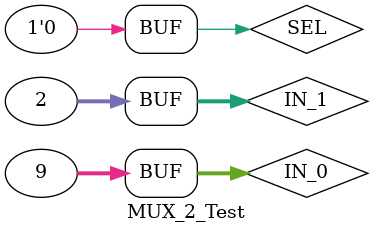
<source format=v>
`timescale 1ns / 1ps


module MUX_2_Test;

	// Inputs
	reg SEL;
	reg [31:0] IN_0;
	reg [31:0] IN_1;

	// Outputs
	wire [31:0] DAT_OUT;

	// Instantiate the Unit Under Test (UUT)
	MUX_2 uut (
		.SEL(SEL), 
		.IN_0(IN_0), 
		.IN_1(IN_1), 
		.DAT_OUT(DAT_OUT)
	);

	initial begin
		// Initialize Inputs
		SEL = 0;
		IN_0 = 207;
		IN_1 = 255;
		#15;
		SEL = 1;
		IN_0 = 15;
		IN_1 = 31;
		#15
		SEL = 0;
		IN_0 = 9;
		IN_1 = 2;
        
		// Add stimulus here

	end
      
endmodule


</source>
